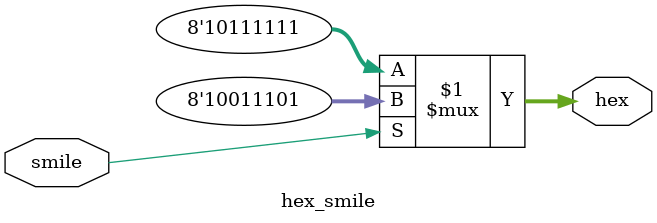
<source format=v>

module hex_smile
(
    input        smile,
    output [7:0] hex
);
    // . g f e d c b a   // Letter from the diagram below
    // 7 6 5 4 3 2 1 0   // Bit in seg

    //   --a--
    //  |     |
    //  f     b
    //  |     |
    //   --g--
    //  |     |
    //  e     c
    //  |     |
    //   --d-- 

    assign hex = smile ? 8'b10011101 : 8'b10111111;

endmodule

</source>
